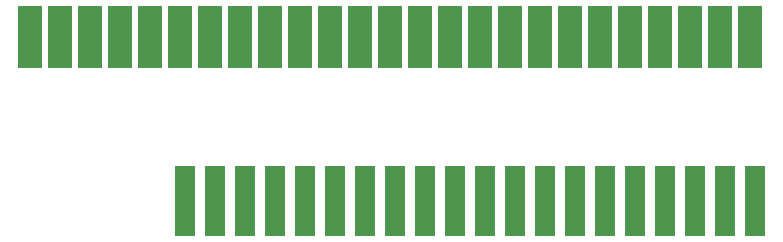
<source format=gbr>
%TF.GenerationSoftware,KiCad,Pcbnew,(5.1.10)-1*%
%TF.CreationDate,2022-06-29T17:52:34+09:00*%
%TF.ProjectId,DUB_with_Tono(ver1.0),4455425f-7769-4746-985f-546f6e6f2876,rev?*%
%TF.SameCoordinates,Original*%
%TF.FileFunction,Paste,Bot*%
%TF.FilePolarity,Positive*%
%FSLAX46Y46*%
G04 Gerber Fmt 4.6, Leading zero omitted, Abs format (unit mm)*
G04 Created by KiCad (PCBNEW (5.1.10)-1) date 2022-06-29 17:52:34*
%MOMM*%
%LPD*%
G01*
G04 APERTURE LIST*
%ADD10R,2.000000X5.300000*%
%ADD11R,1.651000X6.000000*%
G04 APERTURE END LIST*
D10*
%TO.C,DUB1*%
X117841100Y-97878600D03*
X120381100Y-97878600D03*
X122921100Y-97878600D03*
X125461100Y-97878600D03*
X128001100Y-97878600D03*
X130541100Y-97878600D03*
X133081100Y-97878600D03*
X135621100Y-97878600D03*
X138161100Y-97878600D03*
X140701100Y-97878600D03*
X143241100Y-97878600D03*
X145781100Y-97878600D03*
X148321100Y-97878600D03*
X150861100Y-97878600D03*
X153401100Y-97878600D03*
X155941100Y-97878600D03*
X158481100Y-97878600D03*
X161021100Y-97878600D03*
X163561100Y-97878600D03*
X166101100Y-97878600D03*
X168641100Y-97878600D03*
X171181100Y-97878600D03*
X173721100Y-97878600D03*
X176261100Y-97878600D03*
X178801100Y-97878600D03*
%TD*%
D11*
%TO.C,\u9060\u91CE1*%
X130898900Y-111734600D03*
X133438900Y-111734600D03*
X135978900Y-111734600D03*
X138518900Y-111734600D03*
X141058900Y-111734600D03*
X143598900Y-111734600D03*
X146138900Y-111734600D03*
X148678900Y-111734600D03*
X151218900Y-111734600D03*
X153758900Y-111734600D03*
X156298900Y-111734600D03*
X158838900Y-111734600D03*
X161378900Y-111734600D03*
X163918900Y-111734600D03*
X166458900Y-111734600D03*
X168998900Y-111734600D03*
X171538900Y-111734600D03*
X174078900Y-111734600D03*
X176618900Y-111734600D03*
X179158900Y-111734600D03*
%TD*%
M02*

</source>
